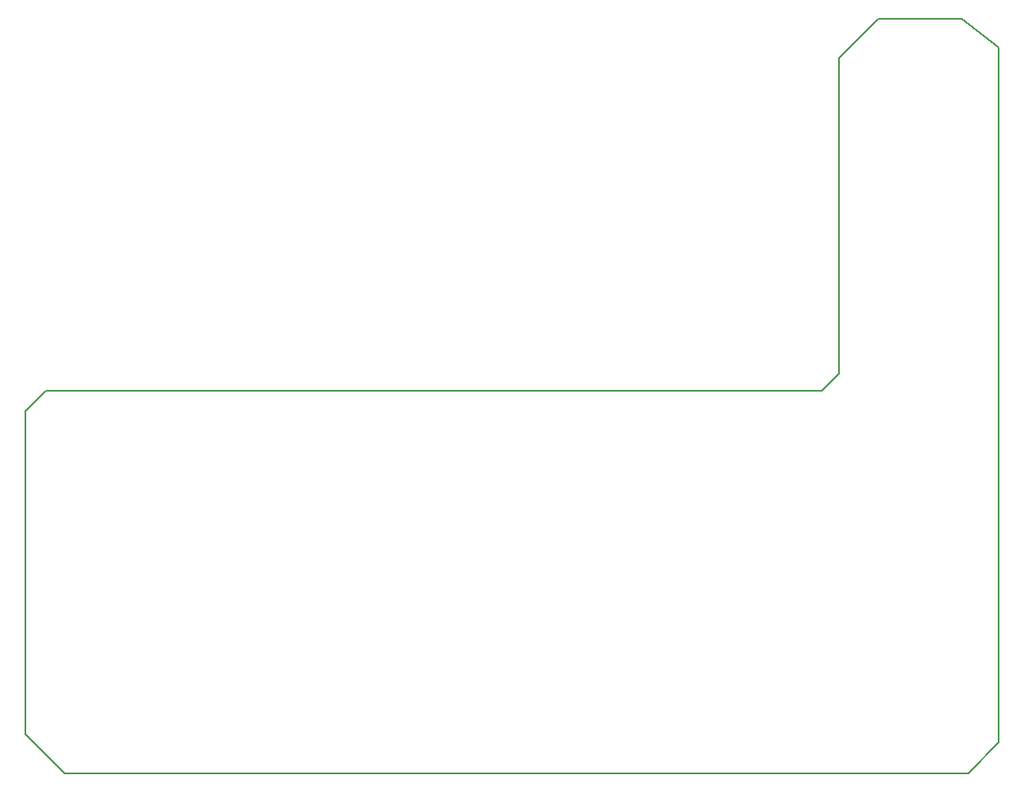
<source format=gm1>
G04 #@! TF.GenerationSoftware,KiCad,Pcbnew,(5.1.10)-1*
G04 #@! TF.CreationDate,2024-12-13T18:52:17+01:00*
G04 #@! TF.ProjectId,plant_watner_V2.0,706c616e-745f-4776-9174-6e65725f5632,rev?*
G04 #@! TF.SameCoordinates,Original*
G04 #@! TF.FileFunction,Profile,NP*
%FSLAX46Y46*%
G04 Gerber Fmt 4.6, Leading zero omitted, Abs format (unit mm)*
G04 Created by KiCad (PCBNEW (5.1.10)-1) date 2024-12-13 18:52:17*
%MOMM*%
%LPD*%
G01*
G04 APERTURE LIST*
G04 #@! TA.AperFunction,Profile*
%ADD10C,0.150000*%
G04 #@! TD*
G04 APERTURE END LIST*
D10*
X186775636Y-48695349D02*
X178901637Y-48695349D01*
X187537635Y-48695349D02*
X186775636Y-48695349D01*
X191347635Y-51616348D02*
X187537635Y-48695349D01*
X191347636Y-123625349D02*
X191347635Y-51616348D01*
X188172635Y-126800349D02*
X191347636Y-123625349D01*
X94700636Y-126800349D02*
X188172635Y-126800349D01*
X90636635Y-122736349D02*
X94700636Y-126800349D01*
X90636634Y-89335348D02*
X90636635Y-122736349D01*
X92795635Y-87176348D02*
X90636634Y-89335348D01*
X173059635Y-87176348D02*
X92795635Y-87176348D01*
X174837634Y-85398348D02*
X173059635Y-87176348D01*
X174837634Y-52759348D02*
X174837634Y-85398348D01*
X178901637Y-48695349D02*
X174837634Y-52759348D01*
M02*

</source>
